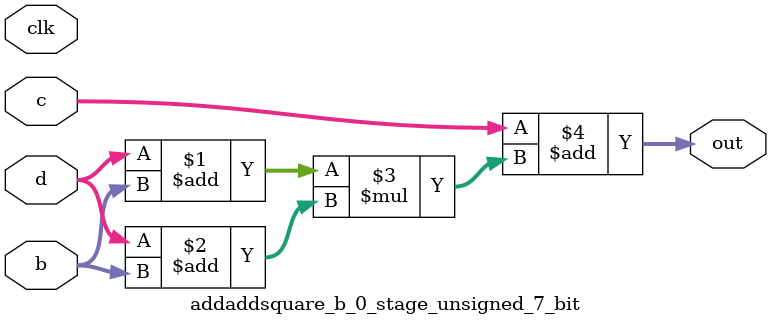
<source format=sv>
(* use_dsp = "yes" *) module addaddsquare_b_0_stage_unsigned_7_bit(
	input  [6:0] b,
	input  [6:0] c,
	input  [6:0] d,
	output [6:0] out,
	input clk);

	assign out = c + ((d + b) * (d + b));
endmodule

</source>
